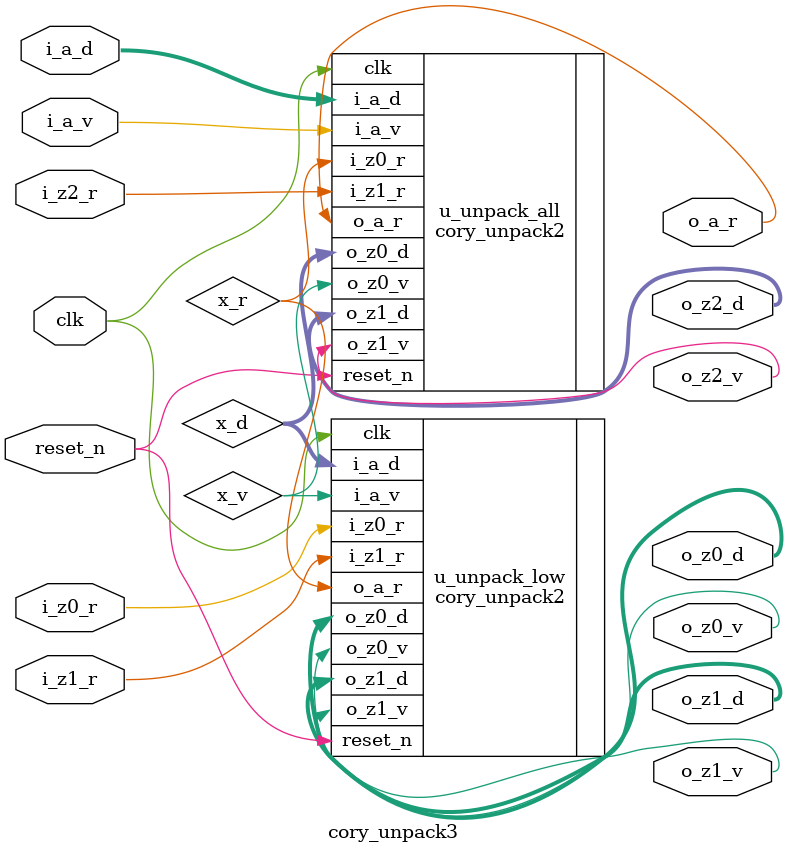
<source format=v>
`ifndef CORY_UNPACK3
    `define CORY_UNPACK3

module cory_unpack3 #(
    parameter   N   = 8,
    parameter   Z0  = N,
    parameter   Z1  = N,
    parameter   Z2  = N,
    parameter   A   = Z0 + Z1 + Z2
) (
    input           clk,
    input           i_a_v,
    input   [A-1:0] i_a_d,
    output          o_a_r,

    output          o_z0_v,
    output  [Z0-1:0]o_z0_d,
    input           i_z0_r,
    output          o_z1_v,
    output  [Z1-1:0]o_z1_d,
    input           i_z1_r,
    output          o_z2_v,
    output  [Z2-1:0]o_z2_d,
    input           i_z2_r,
    input           reset_n
);

//------------------------------------------------------------------------------
localparam  X   = Z0 + Z1;
localparam  Y   = Z2;

wire            x_v;
wire    [X-1:0] x_d;
wire            x_r;

cory_unpack2 #(.Z0(X), .Z1(Y)) u_unpack_all (
    .clk        (clk),
    .i_a_v      (i_a_v),
    .i_a_d      (i_a_d),
    .o_a_r      (o_a_r),
    .o_z0_v     (x_v),
    .o_z0_d     (x_d),
    .i_z0_r     (x_r),
    .o_z1_v     (o_z2_v),
    .o_z1_d     (o_z2_d),
    .i_z1_r     (i_z2_r),
    .reset_n    (reset_n)
);

cory_unpack2 #(.Z0(Z0), .Z1(Z1)) u_unpack_low (
    .clk        (clk),
    .i_a_v      (x_v),
    .i_a_d      (x_d),
    .o_a_r      (x_r),
    .o_z0_v     (o_z0_v),
    .o_z0_d     (o_z0_d),
    .i_z0_r     (i_z0_r),
    .o_z1_v     (o_z1_v),
    .o_z1_d     (o_z1_d),
    .i_z1_r     (i_z1_r),
    .reset_n    (reset_n)
);

`ifdef SIM
`ifdef  CORY_MON
`endif                                          //  CORY_MON
`endif
endmodule


`endif

</source>
